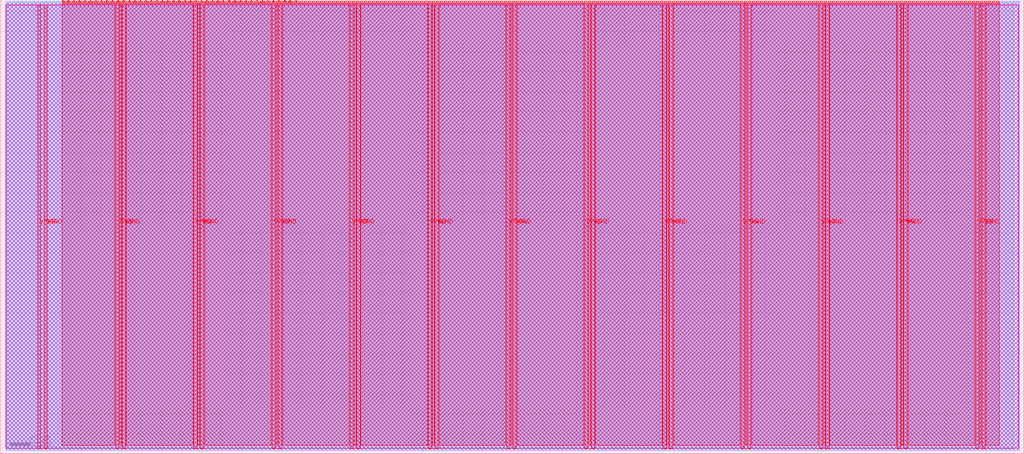
<source format=lef>
VERSION 5.7 ;
  NOWIREEXTENSIONATPIN ON ;
  DIVIDERCHAR "/" ;
  BUSBITCHARS "[]" ;
MACRO tt_um_urish_spell
  CLASS BLOCK ;
  FOREIGN tt_um_urish_spell ;
  ORIGIN 0.000 0.000 ;
  SIZE 508.760 BY 225.760 ;
  PIN VGND
    DIRECTION INOUT ;
    USE GROUND ;
    PORT
      LAYER met4 ;
        RECT 21.580 2.480 23.180 223.280 ;
    END
    PORT
      LAYER met4 ;
        RECT 60.450 2.480 62.050 223.280 ;
    END
    PORT
      LAYER met4 ;
        RECT 99.320 2.480 100.920 223.280 ;
    END
    PORT
      LAYER met4 ;
        RECT 138.190 2.480 139.790 223.280 ;
    END
    PORT
      LAYER met4 ;
        RECT 177.060 2.480 178.660 223.280 ;
    END
    PORT
      LAYER met4 ;
        RECT 215.930 2.480 217.530 223.280 ;
    END
    PORT
      LAYER met4 ;
        RECT 254.800 2.480 256.400 223.280 ;
    END
    PORT
      LAYER met4 ;
        RECT 293.670 2.480 295.270 223.280 ;
    END
    PORT
      LAYER met4 ;
        RECT 332.540 2.480 334.140 223.280 ;
    END
    PORT
      LAYER met4 ;
        RECT 371.410 2.480 373.010 223.280 ;
    END
    PORT
      LAYER met4 ;
        RECT 410.280 2.480 411.880 223.280 ;
    END
    PORT
      LAYER met4 ;
        RECT 449.150 2.480 450.750 223.280 ;
    END
    PORT
      LAYER met4 ;
        RECT 488.020 2.480 489.620 223.280 ;
    END
  END VGND
  PIN VPWR
    DIRECTION INOUT ;
    USE POWER ;
    PORT
      LAYER met4 ;
        RECT 18.280 2.480 19.880 223.280 ;
    END
    PORT
      LAYER met4 ;
        RECT 57.150 2.480 58.750 223.280 ;
    END
    PORT
      LAYER met4 ;
        RECT 96.020 2.480 97.620 223.280 ;
    END
    PORT
      LAYER met4 ;
        RECT 134.890 2.480 136.490 223.280 ;
    END
    PORT
      LAYER met4 ;
        RECT 173.760 2.480 175.360 223.280 ;
    END
    PORT
      LAYER met4 ;
        RECT 212.630 2.480 214.230 223.280 ;
    END
    PORT
      LAYER met4 ;
        RECT 251.500 2.480 253.100 223.280 ;
    END
    PORT
      LAYER met4 ;
        RECT 290.370 2.480 291.970 223.280 ;
    END
    PORT
      LAYER met4 ;
        RECT 329.240 2.480 330.840 223.280 ;
    END
    PORT
      LAYER met4 ;
        RECT 368.110 2.480 369.710 223.280 ;
    END
    PORT
      LAYER met4 ;
        RECT 406.980 2.480 408.580 223.280 ;
    END
    PORT
      LAYER met4 ;
        RECT 445.850 2.480 447.450 223.280 ;
    END
    PORT
      LAYER met4 ;
        RECT 484.720 2.480 486.320 223.280 ;
    END
  END VPWR
  PIN clk
    DIRECTION INPUT ;
    USE SIGNAL ;
    ANTENNAGATEAREA 0.852000 ;
    PORT
      LAYER met4 ;
        RECT 143.830 224.760 144.130 225.760 ;
    END
  END clk
  PIN ena
    DIRECTION INPUT ;
    USE SIGNAL ;
    PORT
      LAYER met4 ;
        RECT 146.590 224.760 146.890 225.760 ;
    END
  END ena
  PIN rst_n
    DIRECTION INPUT ;
    USE SIGNAL ;
    ANTENNAGATEAREA 0.213000 ;
    PORT
      LAYER met4 ;
        RECT 141.070 224.760 141.370 225.760 ;
    END
  END rst_n
  PIN ui_in[0]
    DIRECTION INPUT ;
    USE SIGNAL ;
    ANTENNAGATEAREA 0.196500 ;
    PORT
      LAYER met4 ;
        RECT 138.310 224.760 138.610 225.760 ;
    END
  END ui_in[0]
  PIN ui_in[1]
    DIRECTION INPUT ;
    USE SIGNAL ;
    ANTENNAGATEAREA 0.196500 ;
    PORT
      LAYER met4 ;
        RECT 135.550 224.760 135.850 225.760 ;
    END
  END ui_in[1]
  PIN ui_in[2]
    DIRECTION INPUT ;
    USE SIGNAL ;
    ANTENNAGATEAREA 0.213000 ;
    PORT
      LAYER met4 ;
        RECT 132.790 224.760 133.090 225.760 ;
    END
  END ui_in[2]
  PIN ui_in[3]
    DIRECTION INPUT ;
    USE SIGNAL ;
    ANTENNAGATEAREA 0.247500 ;
    PORT
      LAYER met4 ;
        RECT 130.030 224.760 130.330 225.760 ;
    END
  END ui_in[3]
  PIN ui_in[4]
    DIRECTION INPUT ;
    USE SIGNAL ;
    ANTENNAGATEAREA 0.213000 ;
    PORT
      LAYER met4 ;
        RECT 127.270 224.760 127.570 225.760 ;
    END
  END ui_in[4]
  PIN ui_in[5]
    DIRECTION INPUT ;
    USE SIGNAL ;
    ANTENNAGATEAREA 0.247500 ;
    PORT
      LAYER met4 ;
        RECT 124.510 224.760 124.810 225.760 ;
    END
  END ui_in[5]
  PIN ui_in[6]
    DIRECTION INPUT ;
    USE SIGNAL ;
    ANTENNAGATEAREA 0.213000 ;
    PORT
      LAYER met4 ;
        RECT 121.750 224.760 122.050 225.760 ;
    END
  END ui_in[6]
  PIN ui_in[7]
    DIRECTION INPUT ;
    USE SIGNAL ;
    PORT
      LAYER met4 ;
        RECT 118.990 224.760 119.290 225.760 ;
    END
  END ui_in[7]
  PIN uio_in[0]
    DIRECTION INPUT ;
    USE SIGNAL ;
    ANTENNAGATEAREA 0.196500 ;
    PORT
      LAYER met4 ;
        RECT 116.230 224.760 116.530 225.760 ;
    END
  END uio_in[0]
  PIN uio_in[1]
    DIRECTION INPUT ;
    USE SIGNAL ;
    ANTENNAGATEAREA 0.196500 ;
    PORT
      LAYER met4 ;
        RECT 113.470 224.760 113.770 225.760 ;
    END
  END uio_in[1]
  PIN uio_in[2]
    DIRECTION INPUT ;
    USE SIGNAL ;
    ANTENNAGATEAREA 0.196500 ;
    PORT
      LAYER met4 ;
        RECT 110.710 224.760 111.010 225.760 ;
    END
  END uio_in[2]
  PIN uio_in[3]
    DIRECTION INPUT ;
    USE SIGNAL ;
    ANTENNAGATEAREA 0.196500 ;
    PORT
      LAYER met4 ;
        RECT 107.950 224.760 108.250 225.760 ;
    END
  END uio_in[3]
  PIN uio_in[4]
    DIRECTION INPUT ;
    USE SIGNAL ;
    ANTENNAGATEAREA 0.196500 ;
    PORT
      LAYER met4 ;
        RECT 105.190 224.760 105.490 225.760 ;
    END
  END uio_in[4]
  PIN uio_in[5]
    DIRECTION INPUT ;
    USE SIGNAL ;
    ANTENNAGATEAREA 0.196500 ;
    PORT
      LAYER met4 ;
        RECT 102.430 224.760 102.730 225.760 ;
    END
  END uio_in[5]
  PIN uio_in[6]
    DIRECTION INPUT ;
    USE SIGNAL ;
    ANTENNAGATEAREA 0.196500 ;
    PORT
      LAYER met4 ;
        RECT 99.670 224.760 99.970 225.760 ;
    END
  END uio_in[6]
  PIN uio_in[7]
    DIRECTION INPUT ;
    USE SIGNAL ;
    ANTENNAGATEAREA 0.196500 ;
    PORT
      LAYER met4 ;
        RECT 96.910 224.760 97.210 225.760 ;
    END
  END uio_in[7]
  PIN uio_oe[0]
    DIRECTION OUTPUT ;
    USE SIGNAL ;
    ANTENNAGATEAREA 0.373500 ;
    ANTENNADIFFAREA 0.891000 ;
    PORT
      LAYER met4 ;
        RECT 49.990 224.760 50.290 225.760 ;
    END
  END uio_oe[0]
  PIN uio_oe[1]
    DIRECTION OUTPUT ;
    USE SIGNAL ;
    ANTENNAGATEAREA 0.373500 ;
    ANTENNADIFFAREA 0.891000 ;
    PORT
      LAYER met4 ;
        RECT 47.230 224.760 47.530 225.760 ;
    END
  END uio_oe[1]
  PIN uio_oe[2]
    DIRECTION OUTPUT ;
    USE SIGNAL ;
    ANTENNAGATEAREA 0.373500 ;
    ANTENNADIFFAREA 0.891000 ;
    PORT
      LAYER met4 ;
        RECT 44.470 224.760 44.770 225.760 ;
    END
  END uio_oe[2]
  PIN uio_oe[3]
    DIRECTION OUTPUT ;
    USE SIGNAL ;
    ANTENNAGATEAREA 0.373500 ;
    ANTENNADIFFAREA 0.445500 ;
    PORT
      LAYER met4 ;
        RECT 41.710 224.760 42.010 225.760 ;
    END
  END uio_oe[3]
  PIN uio_oe[4]
    DIRECTION OUTPUT ;
    USE SIGNAL ;
    ANTENNAGATEAREA 0.373500 ;
    ANTENNADIFFAREA 0.445500 ;
    PORT
      LAYER met4 ;
        RECT 38.950 224.760 39.250 225.760 ;
    END
  END uio_oe[4]
  PIN uio_oe[5]
    DIRECTION OUTPUT ;
    USE SIGNAL ;
    ANTENNAGATEAREA 0.373500 ;
    ANTENNADIFFAREA 0.445500 ;
    PORT
      LAYER met4 ;
        RECT 36.190 224.760 36.490 225.760 ;
    END
  END uio_oe[5]
  PIN uio_oe[6]
    DIRECTION OUTPUT ;
    USE SIGNAL ;
    ANTENNAGATEAREA 0.373500 ;
    ANTENNADIFFAREA 0.445500 ;
    PORT
      LAYER met4 ;
        RECT 33.430 224.760 33.730 225.760 ;
    END
  END uio_oe[6]
  PIN uio_oe[7]
    DIRECTION OUTPUT ;
    USE SIGNAL ;
    ANTENNAGATEAREA 0.373500 ;
    ANTENNADIFFAREA 0.445500 ;
    PORT
      LAYER met4 ;
        RECT 30.670 224.760 30.970 225.760 ;
    END
  END uio_oe[7]
  PIN uio_out[0]
    DIRECTION OUTPUT ;
    USE SIGNAL ;
    ANTENNAGATEAREA 0.742500 ;
    ANTENNADIFFAREA 0.891000 ;
    PORT
      LAYER met4 ;
        RECT 72.070 224.760 72.370 225.760 ;
    END
  END uio_out[0]
  PIN uio_out[1]
    DIRECTION OUTPUT ;
    USE SIGNAL ;
    ANTENNAGATEAREA 0.742500 ;
    ANTENNADIFFAREA 0.891000 ;
    PORT
      LAYER met4 ;
        RECT 69.310 224.760 69.610 225.760 ;
    END
  END uio_out[1]
  PIN uio_out[2]
    DIRECTION OUTPUT ;
    USE SIGNAL ;
    ANTENNAGATEAREA 0.742500 ;
    ANTENNADIFFAREA 0.891000 ;
    PORT
      LAYER met4 ;
        RECT 66.550 224.760 66.850 225.760 ;
    END
  END uio_out[2]
  PIN uio_out[3]
    DIRECTION OUTPUT ;
    USE SIGNAL ;
    ANTENNAGATEAREA 0.742500 ;
    ANTENNADIFFAREA 0.891000 ;
    PORT
      LAYER met4 ;
        RECT 63.790 224.760 64.090 225.760 ;
    END
  END uio_out[3]
  PIN uio_out[4]
    DIRECTION OUTPUT ;
    USE SIGNAL ;
    ANTENNAGATEAREA 0.742500 ;
    ANTENNADIFFAREA 0.891000 ;
    PORT
      LAYER met4 ;
        RECT 61.030 224.760 61.330 225.760 ;
    END
  END uio_out[4]
  PIN uio_out[5]
    DIRECTION OUTPUT ;
    USE SIGNAL ;
    ANTENNAGATEAREA 0.742500 ;
    ANTENNADIFFAREA 0.891000 ;
    PORT
      LAYER met4 ;
        RECT 58.270 224.760 58.570 225.760 ;
    END
  END uio_out[5]
  PIN uio_out[6]
    DIRECTION OUTPUT ;
    USE SIGNAL ;
    ANTENNAGATEAREA 0.742500 ;
    ANTENNADIFFAREA 0.891000 ;
    PORT
      LAYER met4 ;
        RECT 55.510 224.760 55.810 225.760 ;
    END
  END uio_out[6]
  PIN uio_out[7]
    DIRECTION OUTPUT ;
    USE SIGNAL ;
    ANTENNAGATEAREA 0.742500 ;
    ANTENNADIFFAREA 0.891000 ;
    PORT
      LAYER met4 ;
        RECT 52.750 224.760 53.050 225.760 ;
    END
  END uio_out[7]
  PIN uo_out[0]
    DIRECTION OUTPUT ;
    USE SIGNAL ;
    ANTENNADIFFAREA 0.891000 ;
    PORT
      LAYER met4 ;
        RECT 94.150 224.760 94.450 225.760 ;
    END
  END uo_out[0]
  PIN uo_out[1]
    DIRECTION OUTPUT ;
    USE SIGNAL ;
    ANTENNADIFFAREA 0.891000 ;
    PORT
      LAYER met4 ;
        RECT 91.390 224.760 91.690 225.760 ;
    END
  END uo_out[1]
  PIN uo_out[2]
    DIRECTION OUTPUT ;
    USE SIGNAL ;
    ANTENNADIFFAREA 0.891000 ;
    PORT
      LAYER met4 ;
        RECT 88.630 224.760 88.930 225.760 ;
    END
  END uo_out[2]
  PIN uo_out[3]
    DIRECTION OUTPUT ;
    USE SIGNAL ;
    ANTENNADIFFAREA 0.891000 ;
    PORT
      LAYER met4 ;
        RECT 85.870 224.760 86.170 225.760 ;
    END
  END uo_out[3]
  PIN uo_out[4]
    DIRECTION OUTPUT ;
    USE SIGNAL ;
    ANTENNADIFFAREA 0.643500 ;
    PORT
      LAYER met4 ;
        RECT 83.110 224.760 83.410 225.760 ;
    END
  END uo_out[4]
  PIN uo_out[5]
    DIRECTION OUTPUT ;
    USE SIGNAL ;
    ANTENNADIFFAREA 0.924000 ;
    PORT
      LAYER met4 ;
        RECT 80.350 224.760 80.650 225.760 ;
    END
  END uo_out[5]
  PIN uo_out[6]
    DIRECTION OUTPUT ;
    USE SIGNAL ;
    ANTENNADIFFAREA 0.924000 ;
    PORT
      LAYER met4 ;
        RECT 77.590 224.760 77.890 225.760 ;
    END
  END uo_out[6]
  PIN uo_out[7]
    DIRECTION OUTPUT ;
    USE SIGNAL ;
    ANTENNADIFFAREA 0.924000 ;
    PORT
      LAYER met4 ;
        RECT 74.830 224.760 75.130 225.760 ;
    END
  END uo_out[7]
  OBS
      LAYER nwell ;
        RECT 2.570 2.635 506.190 223.230 ;
      LAYER li1 ;
        RECT 2.760 2.635 506.000 223.125 ;
      LAYER met1 ;
        RECT 2.760 1.740 506.390 224.360 ;
      LAYER met2 ;
        RECT 3.040 1.710 506.360 224.925 ;
      LAYER met3 ;
        RECT 3.040 2.555 503.635 224.905 ;
      LAYER met4 ;
        RECT 31.370 224.360 33.030 224.905 ;
        RECT 34.130 224.360 35.790 224.905 ;
        RECT 36.890 224.360 38.550 224.905 ;
        RECT 39.650 224.360 41.310 224.905 ;
        RECT 42.410 224.360 44.070 224.905 ;
        RECT 45.170 224.360 46.830 224.905 ;
        RECT 47.930 224.360 49.590 224.905 ;
        RECT 50.690 224.360 52.350 224.905 ;
        RECT 53.450 224.360 55.110 224.905 ;
        RECT 56.210 224.360 57.870 224.905 ;
        RECT 58.970 224.360 60.630 224.905 ;
        RECT 61.730 224.360 63.390 224.905 ;
        RECT 64.490 224.360 66.150 224.905 ;
        RECT 67.250 224.360 68.910 224.905 ;
        RECT 70.010 224.360 71.670 224.905 ;
        RECT 72.770 224.360 74.430 224.905 ;
        RECT 75.530 224.360 77.190 224.905 ;
        RECT 78.290 224.360 79.950 224.905 ;
        RECT 81.050 224.360 82.710 224.905 ;
        RECT 83.810 224.360 85.470 224.905 ;
        RECT 86.570 224.360 88.230 224.905 ;
        RECT 89.330 224.360 90.990 224.905 ;
        RECT 92.090 224.360 93.750 224.905 ;
        RECT 94.850 224.360 96.510 224.905 ;
        RECT 97.610 224.360 99.270 224.905 ;
        RECT 100.370 224.360 102.030 224.905 ;
        RECT 103.130 224.360 104.790 224.905 ;
        RECT 105.890 224.360 107.550 224.905 ;
        RECT 108.650 224.360 110.310 224.905 ;
        RECT 111.410 224.360 113.070 224.905 ;
        RECT 114.170 224.360 115.830 224.905 ;
        RECT 116.930 224.360 118.590 224.905 ;
        RECT 119.690 224.360 121.350 224.905 ;
        RECT 122.450 224.360 124.110 224.905 ;
        RECT 125.210 224.360 126.870 224.905 ;
        RECT 127.970 224.360 129.630 224.905 ;
        RECT 130.730 224.360 132.390 224.905 ;
        RECT 133.490 224.360 135.150 224.905 ;
        RECT 136.250 224.360 137.910 224.905 ;
        RECT 139.010 224.360 140.670 224.905 ;
        RECT 141.770 224.360 143.430 224.905 ;
        RECT 144.530 224.360 146.190 224.905 ;
        RECT 147.290 224.360 496.505 224.905 ;
        RECT 30.655 223.680 496.505 224.360 ;
        RECT 30.655 4.255 56.750 223.680 ;
        RECT 59.150 4.255 60.050 223.680 ;
        RECT 62.450 4.255 95.620 223.680 ;
        RECT 98.020 4.255 98.920 223.680 ;
        RECT 101.320 4.255 134.490 223.680 ;
        RECT 136.890 4.255 137.790 223.680 ;
        RECT 140.190 4.255 173.360 223.680 ;
        RECT 175.760 4.255 176.660 223.680 ;
        RECT 179.060 4.255 212.230 223.680 ;
        RECT 214.630 4.255 215.530 223.680 ;
        RECT 217.930 4.255 251.100 223.680 ;
        RECT 253.500 4.255 254.400 223.680 ;
        RECT 256.800 4.255 289.970 223.680 ;
        RECT 292.370 4.255 293.270 223.680 ;
        RECT 295.670 4.255 328.840 223.680 ;
        RECT 331.240 4.255 332.140 223.680 ;
        RECT 334.540 4.255 367.710 223.680 ;
        RECT 370.110 4.255 371.010 223.680 ;
        RECT 373.410 4.255 406.580 223.680 ;
        RECT 408.980 4.255 409.880 223.680 ;
        RECT 412.280 4.255 445.450 223.680 ;
        RECT 447.850 4.255 448.750 223.680 ;
        RECT 451.150 4.255 484.320 223.680 ;
        RECT 486.720 4.255 487.620 223.680 ;
        RECT 490.020 4.255 496.505 223.680 ;
  END
END tt_um_urish_spell
END LIBRARY


</source>
